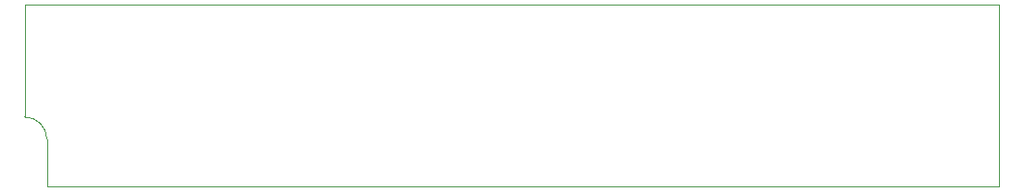
<source format=gbr>
%TF.GenerationSoftware,KiCad,Pcbnew,(5.1.9)-1*%
%TF.CreationDate,2021-01-13T00:13:40+11:00*%
%TF.ProjectId,1M-30pinsimm,314d2d33-3070-4696-9e73-696d6d2e6b69,rev?*%
%TF.SameCoordinates,Original*%
%TF.FileFunction,Profile,NP*%
%FSLAX46Y46*%
G04 Gerber Fmt 4.6, Leading zero omitted, Abs format (unit mm)*
G04 Created by KiCad (PCBNEW (5.1.9)-1) date 2021-01-13 00:13:40*
%MOMM*%
%LPD*%
G01*
G04 APERTURE LIST*
%TA.AperFunction,Profile*%
%ADD10C,0.050000*%
%TD*%
G04 APERTURE END LIST*
D10*
X114300000Y-120650000D02*
G75*
G02*
X116332000Y-122682000I0J-2032000D01*
G01*
X116332000Y-122682000D02*
X116332000Y-127000000D01*
X114300000Y-110363000D02*
X114300000Y-120650000D01*
X203327000Y-110363000D02*
X114300000Y-110363000D01*
X203327000Y-127000000D02*
X203327000Y-110363000D01*
X116332000Y-127000000D02*
X203327000Y-127000000D01*
M02*

</source>
